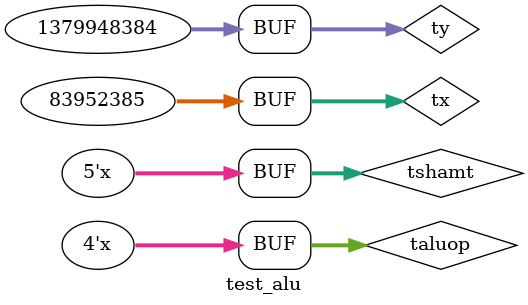
<source format=v>
`timescale 1ns / 1ps
module test_alu();
reg [31:0]tx;
reg [31:0]ty;
reg [3:0]taluop;
reg [4:0]tshamt;

wire [31:0]tresult;
wire [31:0]tresult2;
wire tequal;

initial begin
    tx = 32'h05010301;
    ty = 32'h52405760;
    taluop = 4'b0000;
    tshamt = 5'b00000;
end

always@(*)
begin
    #10 taluop = (taluop + 4'b0001);
    #10 tshamt = (tshamt + 5'b00001);
end

ALU alu_t(tx, ty, taluop, tshamt, tresult, tresult2, tequal);

endmodule

</source>
